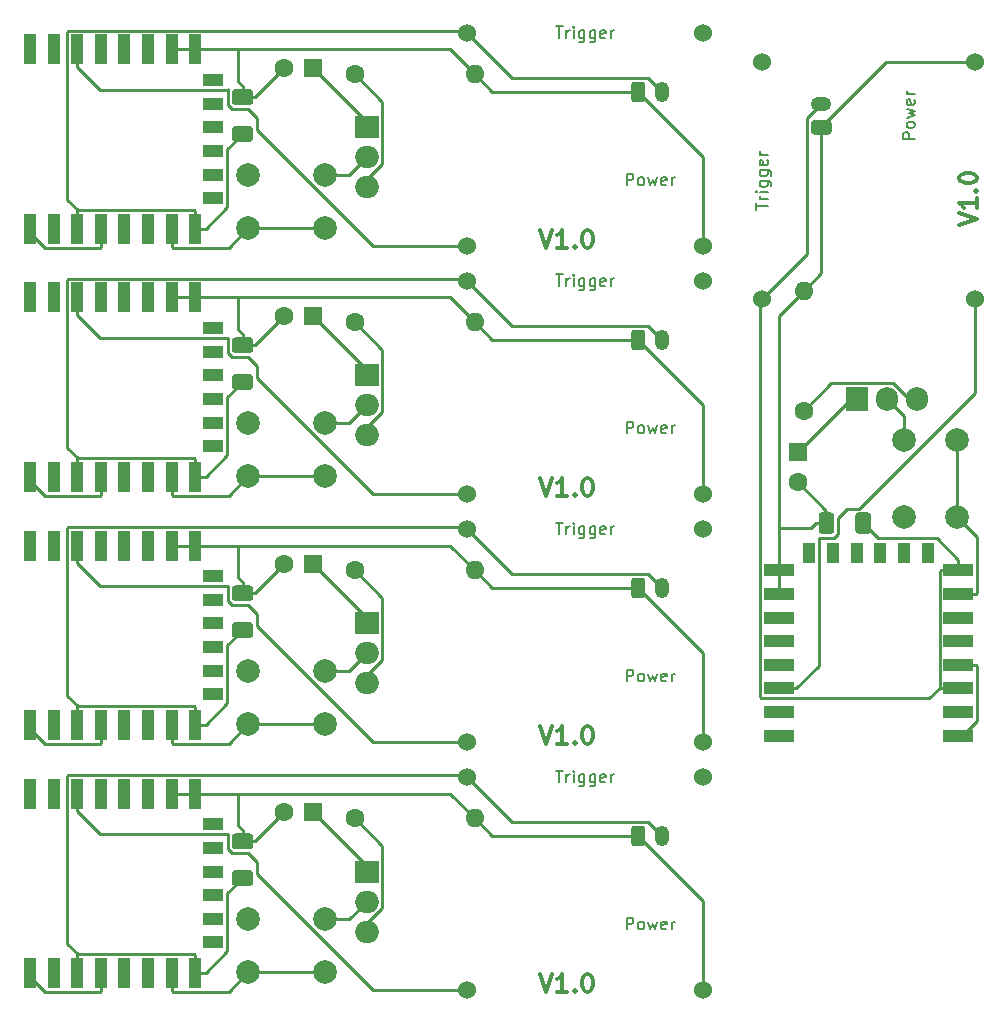
<source format=gbr>
%TF.GenerationSoftware,KiCad,Pcbnew,(5.1.9)-1*%
%TF.CreationDate,2021-03-18T16:40:48+01:00*%
%TF.ProjectId,DOORSENSOR,444f4f52-5345-44e5-934f-522e6b696361,rev?*%
%TF.SameCoordinates,Original*%
%TF.FileFunction,Copper,L1,Top*%
%TF.FilePolarity,Positive*%
%FSLAX46Y46*%
G04 Gerber Fmt 4.6, Leading zero omitted, Abs format (unit mm)*
G04 Created by KiCad (PCBNEW (5.1.9)-1) date 2021-03-18 16:40:48*
%MOMM*%
%LPD*%
G01*
G04 APERTURE LIST*
%TA.AperFunction,NonConductor*%
%ADD10C,0.300000*%
%TD*%
%ADD11C,0.150000*%
%TA.AperFunction,ComponentPad*%
%ADD12C,2.000000*%
%TD*%
%TA.AperFunction,ComponentPad*%
%ADD13C,1.524000*%
%TD*%
%TA.AperFunction,ComponentPad*%
%ADD14O,1.905000X2.000000*%
%TD*%
%TA.AperFunction,ComponentPad*%
%ADD15R,1.905000X2.000000*%
%TD*%
%TA.AperFunction,ComponentPad*%
%ADD16C,1.600000*%
%TD*%
%TA.AperFunction,ComponentPad*%
%ADD17R,1.600000X1.600000*%
%TD*%
%TA.AperFunction,SMDPad,CuDef*%
%ADD18R,2.500000X1.000000*%
%TD*%
%TA.AperFunction,SMDPad,CuDef*%
%ADD19R,1.000000X1.800000*%
%TD*%
%TA.AperFunction,ComponentPad*%
%ADD20O,1.600000X1.600000*%
%TD*%
%TA.AperFunction,ComponentPad*%
%ADD21O,1.750000X1.200000*%
%TD*%
%TA.AperFunction,ComponentPad*%
%ADD22O,1.200000X1.750000*%
%TD*%
%TA.AperFunction,SMDPad,CuDef*%
%ADD23R,1.000000X2.500000*%
%TD*%
%TA.AperFunction,SMDPad,CuDef*%
%ADD24R,1.800000X1.000000*%
%TD*%
%TA.AperFunction,ComponentPad*%
%ADD25O,2.000000X1.905000*%
%TD*%
%TA.AperFunction,ComponentPad*%
%ADD26R,2.000000X1.905000*%
%TD*%
%TA.AperFunction,Conductor*%
%ADD27C,0.250000*%
%TD*%
G04 APERTURE END LIST*
D10*
X157678571Y-70285714D02*
X159178571Y-69785714D01*
X157678571Y-69285714D01*
X159178571Y-68000000D02*
X159178571Y-68857142D01*
X159178571Y-68428571D02*
X157678571Y-68428571D01*
X157892857Y-68571428D01*
X158035714Y-68714285D01*
X158107142Y-68857142D01*
X159035714Y-67357142D02*
X159107142Y-67285714D01*
X159178571Y-67357142D01*
X159107142Y-67428571D01*
X159035714Y-67357142D01*
X159178571Y-67357142D01*
X157678571Y-66357142D02*
X157678571Y-66214285D01*
X157750000Y-66071428D01*
X157821428Y-66000000D01*
X157964285Y-65928571D01*
X158250000Y-65857142D01*
X158607142Y-65857142D01*
X158892857Y-65928571D01*
X159035714Y-66000000D01*
X159107142Y-66071428D01*
X159178571Y-66214285D01*
X159178571Y-66357142D01*
X159107142Y-66500000D01*
X159035714Y-66571428D01*
X158892857Y-66642857D01*
X158607142Y-66714285D01*
X158250000Y-66714285D01*
X157964285Y-66642857D01*
X157821428Y-66571428D01*
X157750000Y-66500000D01*
X157678571Y-66357142D01*
X122214285Y-133678571D02*
X122714285Y-135178571D01*
X123214285Y-133678571D01*
X124500000Y-135178571D02*
X123642857Y-135178571D01*
X124071428Y-135178571D02*
X124071428Y-133678571D01*
X123928571Y-133892857D01*
X123785714Y-134035714D01*
X123642857Y-134107142D01*
X125142857Y-135035714D02*
X125214285Y-135107142D01*
X125142857Y-135178571D01*
X125071428Y-135107142D01*
X125142857Y-135035714D01*
X125142857Y-135178571D01*
X126142857Y-133678571D02*
X126285714Y-133678571D01*
X126428571Y-133750000D01*
X126500000Y-133821428D01*
X126571428Y-133964285D01*
X126642857Y-134250000D01*
X126642857Y-134607142D01*
X126571428Y-134892857D01*
X126500000Y-135035714D01*
X126428571Y-135107142D01*
X126285714Y-135178571D01*
X126142857Y-135178571D01*
X126000000Y-135107142D01*
X125928571Y-135035714D01*
X125857142Y-134892857D01*
X125785714Y-134607142D01*
X125785714Y-134250000D01*
X125857142Y-133964285D01*
X125928571Y-133821428D01*
X126000000Y-133750000D01*
X126142857Y-133678571D01*
X122214285Y-112678571D02*
X122714285Y-114178571D01*
X123214285Y-112678571D01*
X124500000Y-114178571D02*
X123642857Y-114178571D01*
X124071428Y-114178571D02*
X124071428Y-112678571D01*
X123928571Y-112892857D01*
X123785714Y-113035714D01*
X123642857Y-113107142D01*
X125142857Y-114035714D02*
X125214285Y-114107142D01*
X125142857Y-114178571D01*
X125071428Y-114107142D01*
X125142857Y-114035714D01*
X125142857Y-114178571D01*
X126142857Y-112678571D02*
X126285714Y-112678571D01*
X126428571Y-112750000D01*
X126500000Y-112821428D01*
X126571428Y-112964285D01*
X126642857Y-113250000D01*
X126642857Y-113607142D01*
X126571428Y-113892857D01*
X126500000Y-114035714D01*
X126428571Y-114107142D01*
X126285714Y-114178571D01*
X126142857Y-114178571D01*
X126000000Y-114107142D01*
X125928571Y-114035714D01*
X125857142Y-113892857D01*
X125785714Y-113607142D01*
X125785714Y-113250000D01*
X125857142Y-112964285D01*
X125928571Y-112821428D01*
X126000000Y-112750000D01*
X126142857Y-112678571D01*
X122214285Y-91678571D02*
X122714285Y-93178571D01*
X123214285Y-91678571D01*
X124500000Y-93178571D02*
X123642857Y-93178571D01*
X124071428Y-93178571D02*
X124071428Y-91678571D01*
X123928571Y-91892857D01*
X123785714Y-92035714D01*
X123642857Y-92107142D01*
X125142857Y-93035714D02*
X125214285Y-93107142D01*
X125142857Y-93178571D01*
X125071428Y-93107142D01*
X125142857Y-93035714D01*
X125142857Y-93178571D01*
X126142857Y-91678571D02*
X126285714Y-91678571D01*
X126428571Y-91750000D01*
X126500000Y-91821428D01*
X126571428Y-91964285D01*
X126642857Y-92250000D01*
X126642857Y-92607142D01*
X126571428Y-92892857D01*
X126500000Y-93035714D01*
X126428571Y-93107142D01*
X126285714Y-93178571D01*
X126142857Y-93178571D01*
X126000000Y-93107142D01*
X125928571Y-93035714D01*
X125857142Y-92892857D01*
X125785714Y-92607142D01*
X125785714Y-92250000D01*
X125857142Y-91964285D01*
X125928571Y-91821428D01*
X126000000Y-91750000D01*
X126142857Y-91678571D01*
X122214285Y-70678571D02*
X122714285Y-72178571D01*
X123214285Y-70678571D01*
X124500000Y-72178571D02*
X123642857Y-72178571D01*
X124071428Y-72178571D02*
X124071428Y-70678571D01*
X123928571Y-70892857D01*
X123785714Y-71035714D01*
X123642857Y-71107142D01*
X125142857Y-72035714D02*
X125214285Y-72107142D01*
X125142857Y-72178571D01*
X125071428Y-72107142D01*
X125142857Y-72035714D01*
X125142857Y-72178571D01*
X126142857Y-70678571D02*
X126285714Y-70678571D01*
X126428571Y-70750000D01*
X126500000Y-70821428D01*
X126571428Y-70964285D01*
X126642857Y-71250000D01*
X126642857Y-71607142D01*
X126571428Y-71892857D01*
X126500000Y-72035714D01*
X126428571Y-72107142D01*
X126285714Y-72178571D01*
X126142857Y-72178571D01*
X126000000Y-72107142D01*
X125928571Y-72035714D01*
X125857142Y-71892857D01*
X125785714Y-71607142D01*
X125785714Y-71250000D01*
X125857142Y-70964285D01*
X125928571Y-70821428D01*
X126000000Y-70750000D01*
X126142857Y-70678571D01*
%TO.C,SW1*%
D11*
X140452380Y-68976190D02*
X140452380Y-68404761D01*
X141452380Y-68690476D02*
X140452380Y-68690476D01*
X141452380Y-68071428D02*
X140785714Y-68071428D01*
X140976190Y-68071428D02*
X140880952Y-68023809D01*
X140833333Y-67976190D01*
X140785714Y-67880952D01*
X140785714Y-67785714D01*
X141452380Y-67452380D02*
X140785714Y-67452380D01*
X140452380Y-67452380D02*
X140500000Y-67500000D01*
X140547619Y-67452380D01*
X140500000Y-67404761D01*
X140452380Y-67452380D01*
X140547619Y-67452380D01*
X140785714Y-66547619D02*
X141595238Y-66547619D01*
X141690476Y-66595238D01*
X141738095Y-66642857D01*
X141785714Y-66738095D01*
X141785714Y-66880952D01*
X141738095Y-66976190D01*
X141404761Y-66547619D02*
X141452380Y-66642857D01*
X141452380Y-66833333D01*
X141404761Y-66928571D01*
X141357142Y-66976190D01*
X141261904Y-67023809D01*
X140976190Y-67023809D01*
X140880952Y-66976190D01*
X140833333Y-66928571D01*
X140785714Y-66833333D01*
X140785714Y-66642857D01*
X140833333Y-66547619D01*
X140785714Y-65642857D02*
X141595238Y-65642857D01*
X141690476Y-65690476D01*
X141738095Y-65738095D01*
X141785714Y-65833333D01*
X141785714Y-65976190D01*
X141738095Y-66071428D01*
X141404761Y-65642857D02*
X141452380Y-65738095D01*
X141452380Y-65928571D01*
X141404761Y-66023809D01*
X141357142Y-66071428D01*
X141261904Y-66119047D01*
X140976190Y-66119047D01*
X140880952Y-66071428D01*
X140833333Y-66023809D01*
X140785714Y-65928571D01*
X140785714Y-65738095D01*
X140833333Y-65642857D01*
X141404761Y-64785714D02*
X141452380Y-64880952D01*
X141452380Y-65071428D01*
X141404761Y-65166666D01*
X141309523Y-65214285D01*
X140928571Y-65214285D01*
X140833333Y-65166666D01*
X140785714Y-65071428D01*
X140785714Y-64880952D01*
X140833333Y-64785714D01*
X140928571Y-64738095D01*
X141023809Y-64738095D01*
X141119047Y-65214285D01*
X141452380Y-64309523D02*
X140785714Y-64309523D01*
X140976190Y-64309523D02*
X140880952Y-64261904D01*
X140833333Y-64214285D01*
X140785714Y-64119047D01*
X140785714Y-64023809D01*
%TO.C,J4*%
X153902380Y-62976190D02*
X152902380Y-62976190D01*
X152902380Y-62595238D01*
X152950000Y-62500000D01*
X152997619Y-62452380D01*
X153092857Y-62404761D01*
X153235714Y-62404761D01*
X153330952Y-62452380D01*
X153378571Y-62500000D01*
X153426190Y-62595238D01*
X153426190Y-62976190D01*
X153902380Y-61833333D02*
X153854761Y-61928571D01*
X153807142Y-61976190D01*
X153711904Y-62023809D01*
X153426190Y-62023809D01*
X153330952Y-61976190D01*
X153283333Y-61928571D01*
X153235714Y-61833333D01*
X153235714Y-61690476D01*
X153283333Y-61595238D01*
X153330952Y-61547619D01*
X153426190Y-61500000D01*
X153711904Y-61500000D01*
X153807142Y-61547619D01*
X153854761Y-61595238D01*
X153902380Y-61690476D01*
X153902380Y-61833333D01*
X153235714Y-61166666D02*
X153902380Y-60976190D01*
X153426190Y-60785714D01*
X153902380Y-60595238D01*
X153235714Y-60404761D01*
X153854761Y-59642857D02*
X153902380Y-59738095D01*
X153902380Y-59928571D01*
X153854761Y-60023809D01*
X153759523Y-60071428D01*
X153378571Y-60071428D01*
X153283333Y-60023809D01*
X153235714Y-59928571D01*
X153235714Y-59738095D01*
X153283333Y-59642857D01*
X153378571Y-59595238D01*
X153473809Y-59595238D01*
X153569047Y-60071428D01*
X153902380Y-59166666D02*
X153235714Y-59166666D01*
X153426190Y-59166666D02*
X153330952Y-59119047D01*
X153283333Y-59071428D01*
X153235714Y-58976190D01*
X153235714Y-58880952D01*
%TO.C,SW1*%
X123523809Y-116452380D02*
X124095238Y-116452380D01*
X123809523Y-117452380D02*
X123809523Y-116452380D01*
X124428571Y-117452380D02*
X124428571Y-116785714D01*
X124428571Y-116976190D02*
X124476190Y-116880952D01*
X124523809Y-116833333D01*
X124619047Y-116785714D01*
X124714285Y-116785714D01*
X125047619Y-117452380D02*
X125047619Y-116785714D01*
X125047619Y-116452380D02*
X125000000Y-116500000D01*
X125047619Y-116547619D01*
X125095238Y-116500000D01*
X125047619Y-116452380D01*
X125047619Y-116547619D01*
X125952380Y-116785714D02*
X125952380Y-117595238D01*
X125904761Y-117690476D01*
X125857142Y-117738095D01*
X125761904Y-117785714D01*
X125619047Y-117785714D01*
X125523809Y-117738095D01*
X125952380Y-117404761D02*
X125857142Y-117452380D01*
X125666666Y-117452380D01*
X125571428Y-117404761D01*
X125523809Y-117357142D01*
X125476190Y-117261904D01*
X125476190Y-116976190D01*
X125523809Y-116880952D01*
X125571428Y-116833333D01*
X125666666Y-116785714D01*
X125857142Y-116785714D01*
X125952380Y-116833333D01*
X126857142Y-116785714D02*
X126857142Y-117595238D01*
X126809523Y-117690476D01*
X126761904Y-117738095D01*
X126666666Y-117785714D01*
X126523809Y-117785714D01*
X126428571Y-117738095D01*
X126857142Y-117404761D02*
X126761904Y-117452380D01*
X126571428Y-117452380D01*
X126476190Y-117404761D01*
X126428571Y-117357142D01*
X126380952Y-117261904D01*
X126380952Y-116976190D01*
X126428571Y-116880952D01*
X126476190Y-116833333D01*
X126571428Y-116785714D01*
X126761904Y-116785714D01*
X126857142Y-116833333D01*
X127714285Y-117404761D02*
X127619047Y-117452380D01*
X127428571Y-117452380D01*
X127333333Y-117404761D01*
X127285714Y-117309523D01*
X127285714Y-116928571D01*
X127333333Y-116833333D01*
X127428571Y-116785714D01*
X127619047Y-116785714D01*
X127714285Y-116833333D01*
X127761904Y-116928571D01*
X127761904Y-117023809D01*
X127285714Y-117119047D01*
X128190476Y-117452380D02*
X128190476Y-116785714D01*
X128190476Y-116976190D02*
X128238095Y-116880952D01*
X128285714Y-116833333D01*
X128380952Y-116785714D01*
X128476190Y-116785714D01*
%TO.C,J4*%
X129523809Y-129902380D02*
X129523809Y-128902380D01*
X129904761Y-128902380D01*
X130000000Y-128950000D01*
X130047619Y-128997619D01*
X130095238Y-129092857D01*
X130095238Y-129235714D01*
X130047619Y-129330952D01*
X130000000Y-129378571D01*
X129904761Y-129426190D01*
X129523809Y-129426190D01*
X130666666Y-129902380D02*
X130571428Y-129854761D01*
X130523809Y-129807142D01*
X130476190Y-129711904D01*
X130476190Y-129426190D01*
X130523809Y-129330952D01*
X130571428Y-129283333D01*
X130666666Y-129235714D01*
X130809523Y-129235714D01*
X130904761Y-129283333D01*
X130952380Y-129330952D01*
X131000000Y-129426190D01*
X131000000Y-129711904D01*
X130952380Y-129807142D01*
X130904761Y-129854761D01*
X130809523Y-129902380D01*
X130666666Y-129902380D01*
X131333333Y-129235714D02*
X131523809Y-129902380D01*
X131714285Y-129426190D01*
X131904761Y-129902380D01*
X132095238Y-129235714D01*
X132857142Y-129854761D02*
X132761904Y-129902380D01*
X132571428Y-129902380D01*
X132476190Y-129854761D01*
X132428571Y-129759523D01*
X132428571Y-129378571D01*
X132476190Y-129283333D01*
X132571428Y-129235714D01*
X132761904Y-129235714D01*
X132857142Y-129283333D01*
X132904761Y-129378571D01*
X132904761Y-129473809D01*
X132428571Y-129569047D01*
X133333333Y-129902380D02*
X133333333Y-129235714D01*
X133333333Y-129426190D02*
X133380952Y-129330952D01*
X133428571Y-129283333D01*
X133523809Y-129235714D01*
X133619047Y-129235714D01*
%TO.C,SW1*%
X123523809Y-95452380D02*
X124095238Y-95452380D01*
X123809523Y-96452380D02*
X123809523Y-95452380D01*
X124428571Y-96452380D02*
X124428571Y-95785714D01*
X124428571Y-95976190D02*
X124476190Y-95880952D01*
X124523809Y-95833333D01*
X124619047Y-95785714D01*
X124714285Y-95785714D01*
X125047619Y-96452380D02*
X125047619Y-95785714D01*
X125047619Y-95452380D02*
X125000000Y-95500000D01*
X125047619Y-95547619D01*
X125095238Y-95500000D01*
X125047619Y-95452380D01*
X125047619Y-95547619D01*
X125952380Y-95785714D02*
X125952380Y-96595238D01*
X125904761Y-96690476D01*
X125857142Y-96738095D01*
X125761904Y-96785714D01*
X125619047Y-96785714D01*
X125523809Y-96738095D01*
X125952380Y-96404761D02*
X125857142Y-96452380D01*
X125666666Y-96452380D01*
X125571428Y-96404761D01*
X125523809Y-96357142D01*
X125476190Y-96261904D01*
X125476190Y-95976190D01*
X125523809Y-95880952D01*
X125571428Y-95833333D01*
X125666666Y-95785714D01*
X125857142Y-95785714D01*
X125952380Y-95833333D01*
X126857142Y-95785714D02*
X126857142Y-96595238D01*
X126809523Y-96690476D01*
X126761904Y-96738095D01*
X126666666Y-96785714D01*
X126523809Y-96785714D01*
X126428571Y-96738095D01*
X126857142Y-96404761D02*
X126761904Y-96452380D01*
X126571428Y-96452380D01*
X126476190Y-96404761D01*
X126428571Y-96357142D01*
X126380952Y-96261904D01*
X126380952Y-95976190D01*
X126428571Y-95880952D01*
X126476190Y-95833333D01*
X126571428Y-95785714D01*
X126761904Y-95785714D01*
X126857142Y-95833333D01*
X127714285Y-96404761D02*
X127619047Y-96452380D01*
X127428571Y-96452380D01*
X127333333Y-96404761D01*
X127285714Y-96309523D01*
X127285714Y-95928571D01*
X127333333Y-95833333D01*
X127428571Y-95785714D01*
X127619047Y-95785714D01*
X127714285Y-95833333D01*
X127761904Y-95928571D01*
X127761904Y-96023809D01*
X127285714Y-96119047D01*
X128190476Y-96452380D02*
X128190476Y-95785714D01*
X128190476Y-95976190D02*
X128238095Y-95880952D01*
X128285714Y-95833333D01*
X128380952Y-95785714D01*
X128476190Y-95785714D01*
%TO.C,J4*%
X129523809Y-108902380D02*
X129523809Y-107902380D01*
X129904761Y-107902380D01*
X130000000Y-107950000D01*
X130047619Y-107997619D01*
X130095238Y-108092857D01*
X130095238Y-108235714D01*
X130047619Y-108330952D01*
X130000000Y-108378571D01*
X129904761Y-108426190D01*
X129523809Y-108426190D01*
X130666666Y-108902380D02*
X130571428Y-108854761D01*
X130523809Y-108807142D01*
X130476190Y-108711904D01*
X130476190Y-108426190D01*
X130523809Y-108330952D01*
X130571428Y-108283333D01*
X130666666Y-108235714D01*
X130809523Y-108235714D01*
X130904761Y-108283333D01*
X130952380Y-108330952D01*
X131000000Y-108426190D01*
X131000000Y-108711904D01*
X130952380Y-108807142D01*
X130904761Y-108854761D01*
X130809523Y-108902380D01*
X130666666Y-108902380D01*
X131333333Y-108235714D02*
X131523809Y-108902380D01*
X131714285Y-108426190D01*
X131904761Y-108902380D01*
X132095238Y-108235714D01*
X132857142Y-108854761D02*
X132761904Y-108902380D01*
X132571428Y-108902380D01*
X132476190Y-108854761D01*
X132428571Y-108759523D01*
X132428571Y-108378571D01*
X132476190Y-108283333D01*
X132571428Y-108235714D01*
X132761904Y-108235714D01*
X132857142Y-108283333D01*
X132904761Y-108378571D01*
X132904761Y-108473809D01*
X132428571Y-108569047D01*
X133333333Y-108902380D02*
X133333333Y-108235714D01*
X133333333Y-108426190D02*
X133380952Y-108330952D01*
X133428571Y-108283333D01*
X133523809Y-108235714D01*
X133619047Y-108235714D01*
%TO.C,SW1*%
X123523809Y-74452380D02*
X124095238Y-74452380D01*
X123809523Y-75452380D02*
X123809523Y-74452380D01*
X124428571Y-75452380D02*
X124428571Y-74785714D01*
X124428571Y-74976190D02*
X124476190Y-74880952D01*
X124523809Y-74833333D01*
X124619047Y-74785714D01*
X124714285Y-74785714D01*
X125047619Y-75452380D02*
X125047619Y-74785714D01*
X125047619Y-74452380D02*
X125000000Y-74500000D01*
X125047619Y-74547619D01*
X125095238Y-74500000D01*
X125047619Y-74452380D01*
X125047619Y-74547619D01*
X125952380Y-74785714D02*
X125952380Y-75595238D01*
X125904761Y-75690476D01*
X125857142Y-75738095D01*
X125761904Y-75785714D01*
X125619047Y-75785714D01*
X125523809Y-75738095D01*
X125952380Y-75404761D02*
X125857142Y-75452380D01*
X125666666Y-75452380D01*
X125571428Y-75404761D01*
X125523809Y-75357142D01*
X125476190Y-75261904D01*
X125476190Y-74976190D01*
X125523809Y-74880952D01*
X125571428Y-74833333D01*
X125666666Y-74785714D01*
X125857142Y-74785714D01*
X125952380Y-74833333D01*
X126857142Y-74785714D02*
X126857142Y-75595238D01*
X126809523Y-75690476D01*
X126761904Y-75738095D01*
X126666666Y-75785714D01*
X126523809Y-75785714D01*
X126428571Y-75738095D01*
X126857142Y-75404761D02*
X126761904Y-75452380D01*
X126571428Y-75452380D01*
X126476190Y-75404761D01*
X126428571Y-75357142D01*
X126380952Y-75261904D01*
X126380952Y-74976190D01*
X126428571Y-74880952D01*
X126476190Y-74833333D01*
X126571428Y-74785714D01*
X126761904Y-74785714D01*
X126857142Y-74833333D01*
X127714285Y-75404761D02*
X127619047Y-75452380D01*
X127428571Y-75452380D01*
X127333333Y-75404761D01*
X127285714Y-75309523D01*
X127285714Y-74928571D01*
X127333333Y-74833333D01*
X127428571Y-74785714D01*
X127619047Y-74785714D01*
X127714285Y-74833333D01*
X127761904Y-74928571D01*
X127761904Y-75023809D01*
X127285714Y-75119047D01*
X128190476Y-75452380D02*
X128190476Y-74785714D01*
X128190476Y-74976190D02*
X128238095Y-74880952D01*
X128285714Y-74833333D01*
X128380952Y-74785714D01*
X128476190Y-74785714D01*
%TO.C,J4*%
X129523809Y-87902380D02*
X129523809Y-86902380D01*
X129904761Y-86902380D01*
X130000000Y-86950000D01*
X130047619Y-86997619D01*
X130095238Y-87092857D01*
X130095238Y-87235714D01*
X130047619Y-87330952D01*
X130000000Y-87378571D01*
X129904761Y-87426190D01*
X129523809Y-87426190D01*
X130666666Y-87902380D02*
X130571428Y-87854761D01*
X130523809Y-87807142D01*
X130476190Y-87711904D01*
X130476190Y-87426190D01*
X130523809Y-87330952D01*
X130571428Y-87283333D01*
X130666666Y-87235714D01*
X130809523Y-87235714D01*
X130904761Y-87283333D01*
X130952380Y-87330952D01*
X131000000Y-87426190D01*
X131000000Y-87711904D01*
X130952380Y-87807142D01*
X130904761Y-87854761D01*
X130809523Y-87902380D01*
X130666666Y-87902380D01*
X131333333Y-87235714D02*
X131523809Y-87902380D01*
X131714285Y-87426190D01*
X131904761Y-87902380D01*
X132095238Y-87235714D01*
X132857142Y-87854761D02*
X132761904Y-87902380D01*
X132571428Y-87902380D01*
X132476190Y-87854761D01*
X132428571Y-87759523D01*
X132428571Y-87378571D01*
X132476190Y-87283333D01*
X132571428Y-87235714D01*
X132761904Y-87235714D01*
X132857142Y-87283333D01*
X132904761Y-87378571D01*
X132904761Y-87473809D01*
X132428571Y-87569047D01*
X133333333Y-87902380D02*
X133333333Y-87235714D01*
X133333333Y-87426190D02*
X133380952Y-87330952D01*
X133428571Y-87283333D01*
X133523809Y-87235714D01*
X133619047Y-87235714D01*
X129523809Y-66902380D02*
X129523809Y-65902380D01*
X129904761Y-65902380D01*
X130000000Y-65950000D01*
X130047619Y-65997619D01*
X130095238Y-66092857D01*
X130095238Y-66235714D01*
X130047619Y-66330952D01*
X130000000Y-66378571D01*
X129904761Y-66426190D01*
X129523809Y-66426190D01*
X130666666Y-66902380D02*
X130571428Y-66854761D01*
X130523809Y-66807142D01*
X130476190Y-66711904D01*
X130476190Y-66426190D01*
X130523809Y-66330952D01*
X130571428Y-66283333D01*
X130666666Y-66235714D01*
X130809523Y-66235714D01*
X130904761Y-66283333D01*
X130952380Y-66330952D01*
X131000000Y-66426190D01*
X131000000Y-66711904D01*
X130952380Y-66807142D01*
X130904761Y-66854761D01*
X130809523Y-66902380D01*
X130666666Y-66902380D01*
X131333333Y-66235714D02*
X131523809Y-66902380D01*
X131714285Y-66426190D01*
X131904761Y-66902380D01*
X132095238Y-66235714D01*
X132857142Y-66854761D02*
X132761904Y-66902380D01*
X132571428Y-66902380D01*
X132476190Y-66854761D01*
X132428571Y-66759523D01*
X132428571Y-66378571D01*
X132476190Y-66283333D01*
X132571428Y-66235714D01*
X132761904Y-66235714D01*
X132857142Y-66283333D01*
X132904761Y-66378571D01*
X132904761Y-66473809D01*
X132428571Y-66569047D01*
X133333333Y-66902380D02*
X133333333Y-66235714D01*
X133333333Y-66426190D02*
X133380952Y-66330952D01*
X133428571Y-66283333D01*
X133523809Y-66235714D01*
X133619047Y-66235714D01*
%TO.C,SW1*%
X123523809Y-53452380D02*
X124095238Y-53452380D01*
X123809523Y-54452380D02*
X123809523Y-53452380D01*
X124428571Y-54452380D02*
X124428571Y-53785714D01*
X124428571Y-53976190D02*
X124476190Y-53880952D01*
X124523809Y-53833333D01*
X124619047Y-53785714D01*
X124714285Y-53785714D01*
X125047619Y-54452380D02*
X125047619Y-53785714D01*
X125047619Y-53452380D02*
X125000000Y-53500000D01*
X125047619Y-53547619D01*
X125095238Y-53500000D01*
X125047619Y-53452380D01*
X125047619Y-53547619D01*
X125952380Y-53785714D02*
X125952380Y-54595238D01*
X125904761Y-54690476D01*
X125857142Y-54738095D01*
X125761904Y-54785714D01*
X125619047Y-54785714D01*
X125523809Y-54738095D01*
X125952380Y-54404761D02*
X125857142Y-54452380D01*
X125666666Y-54452380D01*
X125571428Y-54404761D01*
X125523809Y-54357142D01*
X125476190Y-54261904D01*
X125476190Y-53976190D01*
X125523809Y-53880952D01*
X125571428Y-53833333D01*
X125666666Y-53785714D01*
X125857142Y-53785714D01*
X125952380Y-53833333D01*
X126857142Y-53785714D02*
X126857142Y-54595238D01*
X126809523Y-54690476D01*
X126761904Y-54738095D01*
X126666666Y-54785714D01*
X126523809Y-54785714D01*
X126428571Y-54738095D01*
X126857142Y-54404761D02*
X126761904Y-54452380D01*
X126571428Y-54452380D01*
X126476190Y-54404761D01*
X126428571Y-54357142D01*
X126380952Y-54261904D01*
X126380952Y-53976190D01*
X126428571Y-53880952D01*
X126476190Y-53833333D01*
X126571428Y-53785714D01*
X126761904Y-53785714D01*
X126857142Y-53833333D01*
X127714285Y-54404761D02*
X127619047Y-54452380D01*
X127428571Y-54452380D01*
X127333333Y-54404761D01*
X127285714Y-54309523D01*
X127285714Y-53928571D01*
X127333333Y-53833333D01*
X127428571Y-53785714D01*
X127619047Y-53785714D01*
X127714285Y-53833333D01*
X127761904Y-53928571D01*
X127761904Y-54023809D01*
X127285714Y-54119047D01*
X128190476Y-54452380D02*
X128190476Y-53785714D01*
X128190476Y-53976190D02*
X128238095Y-53880952D01*
X128285714Y-53833333D01*
X128380952Y-53785714D01*
X128476190Y-53785714D01*
%TD*%
D12*
%TO.P,SW2,1*%
%TO.N,Net-(SW2-Pad1)*%
X157500000Y-95000000D03*
%TO.P,SW2,2*%
%TO.N,GND*%
X153000000Y-95000000D03*
%TO.P,SW2,1*%
%TO.N,Net-(SW2-Pad1)*%
X157500000Y-88500000D03*
%TO.P,SW2,2*%
%TO.N,GND*%
X153000000Y-88500000D03*
%TD*%
D13*
%TO.P,SW1,1*%
%TO.N,+3V3*%
X141000000Y-76500000D03*
%TO.P,SW1,2*%
%TO.N,Net-(C1-Pad1)*%
X141000000Y-56500000D03*
%TD*%
D14*
%TO.P,Q1,3*%
%TO.N,Net-(Q1-Pad3)*%
X154080000Y-85000000D03*
%TO.P,Q1,2*%
%TO.N,GND*%
X151540000Y-85000000D03*
D15*
%TO.P,Q1,1*%
%TO.N,Net-(C1-Pad1)*%
X149000000Y-85000000D03*
%TD*%
D16*
%TO.P,C1,2*%
%TO.N,GND*%
X144000000Y-92000000D03*
D17*
%TO.P,C1,1*%
%TO.N,Net-(C1-Pad1)*%
X144000000Y-89500000D03*
%TD*%
D18*
%TO.P,U1,22*%
%TO.N,Net-(U1-Pad22)*%
X142400000Y-113500000D03*
%TO.P,U1,21*%
%TO.N,Net-(U1-Pad21)*%
X142400000Y-111500000D03*
%TO.P,U1,20*%
%TO.N,Net-(SW3-Pad1)*%
X142400000Y-109500000D03*
%TO.P,U1,19*%
%TO.N,Net-(U1-Pad19)*%
X142400000Y-107500000D03*
%TO.P,U1,18*%
%TO.N,Net-(U1-Pad18)*%
X142400000Y-105500000D03*
%TO.P,U1,17*%
%TO.N,Net-(U1-Pad17)*%
X142400000Y-103500000D03*
%TO.P,U1,16*%
%TO.N,GND*%
X142400000Y-101500000D03*
%TO.P,U1,15*%
X142400000Y-99500000D03*
D19*
%TO.P,U1,14*%
%TO.N,Net-(U1-Pad14)*%
X145000000Y-98000000D03*
%TO.P,U1,13*%
%TO.N,Net-(U1-Pad13)*%
X147000000Y-98000000D03*
%TO.P,U1,12*%
%TO.N,Net-(U1-Pad12)*%
X149000000Y-98000000D03*
%TO.P,U1,11*%
%TO.N,Net-(U1-Pad11)*%
X151000000Y-98000000D03*
%TO.P,U1,10*%
%TO.N,Net-(U1-Pad10)*%
X153000000Y-98000000D03*
%TO.P,U1,9*%
%TO.N,Net-(U1-Pad9)*%
X155000000Y-98000000D03*
D18*
%TO.P,U1,8*%
%TO.N,+3V3*%
X157600000Y-99500000D03*
%TO.P,U1,7*%
%TO.N,Net-(SW2-Pad1)*%
X157600000Y-101500000D03*
%TO.P,U1,6*%
%TO.N,Net-(U1-Pad6)*%
X157600000Y-103500000D03*
%TO.P,U1,5*%
%TO.N,Net-(U1-Pad5)*%
X157600000Y-105500000D03*
%TO.P,U1,4*%
%TO.N,Net-(U1-Pad1)*%
X157600000Y-107500000D03*
%TO.P,U1,3*%
%TO.N,+3V3*%
X157600000Y-109500000D03*
%TO.P,U1,2*%
%TO.N,Net-(U1-Pad2)*%
X157600000Y-111500000D03*
%TO.P,U1,1*%
%TO.N,Net-(U1-Pad1)*%
X157600000Y-113500000D03*
%TD*%
D13*
%TO.P,SW3,2*%
%TO.N,GND*%
X159000000Y-56500000D03*
%TO.P,SW3,1*%
%TO.N,Net-(SW3-Pad1)*%
X159000000Y-76500000D03*
%TD*%
D20*
%TO.P,R1,2*%
%TO.N,GND*%
X144500000Y-75840000D03*
D16*
%TO.P,R1,1*%
%TO.N,Net-(Q1-Pad3)*%
X144500000Y-86000000D03*
%TD*%
D21*
%TO.P,J4,2*%
%TO.N,+3V3*%
X146000000Y-60000000D03*
%TO.P,J4,1*%
%TO.N,GND*%
%TA.AperFunction,ComponentPad*%
G36*
G01*
X146625001Y-62600000D02*
X145374999Y-62600000D01*
G75*
G02*
X145125000Y-62350001I0J249999D01*
G01*
X145125000Y-61649999D01*
G75*
G02*
X145374999Y-61400000I249999J0D01*
G01*
X146625001Y-61400000D01*
G75*
G02*
X146875000Y-61649999I0J-249999D01*
G01*
X146875000Y-62350001D01*
G75*
G02*
X146625001Y-62600000I-249999J0D01*
G01*
G37*
%TD.AperFunction*%
%TD*%
%TO.P,C2,2*%
%TO.N,+3V3*%
%TA.AperFunction,SMDPad,CuDef*%
G36*
G01*
X148900000Y-96150001D02*
X148900000Y-94849999D01*
G75*
G02*
X149149999Y-94600000I249999J0D01*
G01*
X149975001Y-94600000D01*
G75*
G02*
X150225000Y-94849999I0J-249999D01*
G01*
X150225000Y-96150001D01*
G75*
G02*
X149975001Y-96400000I-249999J0D01*
G01*
X149149999Y-96400000D01*
G75*
G02*
X148900000Y-96150001I0J249999D01*
G01*
G37*
%TD.AperFunction*%
%TO.P,C2,1*%
%TO.N,GND*%
%TA.AperFunction,SMDPad,CuDef*%
G36*
G01*
X145775000Y-96150001D02*
X145775000Y-94849999D01*
G75*
G02*
X146024999Y-94600000I249999J0D01*
G01*
X146850001Y-94600000D01*
G75*
G02*
X147100000Y-94849999I0J-249999D01*
G01*
X147100000Y-96150001D01*
G75*
G02*
X146850001Y-96400000I-249999J0D01*
G01*
X146024999Y-96400000D01*
G75*
G02*
X145775000Y-96150001I0J249999D01*
G01*
G37*
%TD.AperFunction*%
%TD*%
D13*
%TO.P,SW1,1*%
%TO.N,+3V3*%
X116000000Y-117000000D03*
%TO.P,SW1,2*%
%TO.N,Net-(C1-Pad1)*%
X136000000Y-117000000D03*
%TD*%
D16*
%TO.P,C1,2*%
%TO.N,GND*%
X100500000Y-120000000D03*
D17*
%TO.P,C1,1*%
%TO.N,Net-(C1-Pad1)*%
X103000000Y-120000000D03*
%TD*%
D22*
%TO.P,J4,2*%
%TO.N,+3V3*%
X132500000Y-122000000D03*
%TO.P,J4,1*%
%TO.N,GND*%
%TA.AperFunction,ComponentPad*%
G36*
G01*
X129900000Y-122625001D02*
X129900000Y-121374999D01*
G75*
G02*
X130149999Y-121125000I249999J0D01*
G01*
X130850001Y-121125000D01*
G75*
G02*
X131100000Y-121374999I0J-249999D01*
G01*
X131100000Y-122625001D01*
G75*
G02*
X130850001Y-122875000I-249999J0D01*
G01*
X130149999Y-122875000D01*
G75*
G02*
X129900000Y-122625001I0J249999D01*
G01*
G37*
%TD.AperFunction*%
%TD*%
D12*
%TO.P,SW2,1*%
%TO.N,Net-(SW2-Pad1)*%
X97500000Y-133500000D03*
%TO.P,SW2,2*%
%TO.N,GND*%
X97500000Y-129000000D03*
%TO.P,SW2,1*%
%TO.N,Net-(SW2-Pad1)*%
X104000000Y-133500000D03*
%TO.P,SW2,2*%
%TO.N,GND*%
X104000000Y-129000000D03*
%TD*%
%TO.P,C2,2*%
%TO.N,+3V3*%
%TA.AperFunction,SMDPad,CuDef*%
G36*
G01*
X96349999Y-124900000D02*
X97650001Y-124900000D01*
G75*
G02*
X97900000Y-125149999I0J-249999D01*
G01*
X97900000Y-125975001D01*
G75*
G02*
X97650001Y-126225000I-249999J0D01*
G01*
X96349999Y-126225000D01*
G75*
G02*
X96100000Y-125975001I0J249999D01*
G01*
X96100000Y-125149999D01*
G75*
G02*
X96349999Y-124900000I249999J0D01*
G01*
G37*
%TD.AperFunction*%
%TO.P,C2,1*%
%TO.N,GND*%
%TA.AperFunction,SMDPad,CuDef*%
G36*
G01*
X96349999Y-121775000D02*
X97650001Y-121775000D01*
G75*
G02*
X97900000Y-122024999I0J-249999D01*
G01*
X97900000Y-122850001D01*
G75*
G02*
X97650001Y-123100000I-249999J0D01*
G01*
X96349999Y-123100000D01*
G75*
G02*
X96100000Y-122850001I0J249999D01*
G01*
X96100000Y-122024999D01*
G75*
G02*
X96349999Y-121775000I249999J0D01*
G01*
G37*
%TD.AperFunction*%
%TD*%
D13*
%TO.P,SW3,2*%
%TO.N,GND*%
X136000000Y-135000000D03*
%TO.P,SW3,1*%
%TO.N,Net-(SW3-Pad1)*%
X116000000Y-135000000D03*
%TD*%
D23*
%TO.P,U1,22*%
%TO.N,Net-(U1-Pad22)*%
X79000000Y-118400000D03*
%TO.P,U1,21*%
%TO.N,Net-(U1-Pad21)*%
X81000000Y-118400000D03*
%TO.P,U1,20*%
%TO.N,Net-(SW3-Pad1)*%
X83000000Y-118400000D03*
%TO.P,U1,19*%
%TO.N,Net-(U1-Pad19)*%
X85000000Y-118400000D03*
%TO.P,U1,18*%
%TO.N,Net-(U1-Pad18)*%
X87000000Y-118400000D03*
%TO.P,U1,17*%
%TO.N,Net-(U1-Pad17)*%
X89000000Y-118400000D03*
%TO.P,U1,16*%
%TO.N,GND*%
X91000000Y-118400000D03*
%TO.P,U1,15*%
X93000000Y-118400000D03*
D24*
%TO.P,U1,14*%
%TO.N,Net-(U1-Pad14)*%
X94500000Y-121000000D03*
%TO.P,U1,13*%
%TO.N,Net-(U1-Pad13)*%
X94500000Y-123000000D03*
%TO.P,U1,12*%
%TO.N,Net-(U1-Pad12)*%
X94500000Y-125000000D03*
%TO.P,U1,11*%
%TO.N,Net-(U1-Pad11)*%
X94500000Y-127000000D03*
%TO.P,U1,10*%
%TO.N,Net-(U1-Pad10)*%
X94500000Y-129000000D03*
%TO.P,U1,9*%
%TO.N,Net-(U1-Pad9)*%
X94500000Y-131000000D03*
D23*
%TO.P,U1,8*%
%TO.N,+3V3*%
X93000000Y-133600000D03*
%TO.P,U1,7*%
%TO.N,Net-(SW2-Pad1)*%
X91000000Y-133600000D03*
%TO.P,U1,6*%
%TO.N,Net-(U1-Pad6)*%
X89000000Y-133600000D03*
%TO.P,U1,5*%
%TO.N,Net-(U1-Pad5)*%
X87000000Y-133600000D03*
%TO.P,U1,4*%
%TO.N,Net-(U1-Pad1)*%
X85000000Y-133600000D03*
%TO.P,U1,3*%
%TO.N,+3V3*%
X83000000Y-133600000D03*
%TO.P,U1,2*%
%TO.N,Net-(U1-Pad2)*%
X81000000Y-133600000D03*
%TO.P,U1,1*%
%TO.N,Net-(U1-Pad1)*%
X79000000Y-133600000D03*
%TD*%
D25*
%TO.P,Q1,3*%
%TO.N,Net-(Q1-Pad3)*%
X107500000Y-130080000D03*
%TO.P,Q1,2*%
%TO.N,GND*%
X107500000Y-127540000D03*
D26*
%TO.P,Q1,1*%
%TO.N,Net-(C1-Pad1)*%
X107500000Y-125000000D03*
%TD*%
D20*
%TO.P,R1,2*%
%TO.N,GND*%
X116660000Y-120500000D03*
D16*
%TO.P,R1,1*%
%TO.N,Net-(Q1-Pad3)*%
X106500000Y-120500000D03*
%TD*%
D12*
%TO.P,SW2,2*%
%TO.N,GND*%
X104000000Y-108000000D03*
%TO.P,SW2,1*%
%TO.N,Net-(SW2-Pad1)*%
X104000000Y-112500000D03*
%TO.P,SW2,2*%
%TO.N,GND*%
X97500000Y-108000000D03*
%TO.P,SW2,1*%
%TO.N,Net-(SW2-Pad1)*%
X97500000Y-112500000D03*
%TD*%
%TO.P,C2,1*%
%TO.N,GND*%
%TA.AperFunction,SMDPad,CuDef*%
G36*
G01*
X96349999Y-100775000D02*
X97650001Y-100775000D01*
G75*
G02*
X97900000Y-101024999I0J-249999D01*
G01*
X97900000Y-101850001D01*
G75*
G02*
X97650001Y-102100000I-249999J0D01*
G01*
X96349999Y-102100000D01*
G75*
G02*
X96100000Y-101850001I0J249999D01*
G01*
X96100000Y-101024999D01*
G75*
G02*
X96349999Y-100775000I249999J0D01*
G01*
G37*
%TD.AperFunction*%
%TO.P,C2,2*%
%TO.N,+3V3*%
%TA.AperFunction,SMDPad,CuDef*%
G36*
G01*
X96349999Y-103900000D02*
X97650001Y-103900000D01*
G75*
G02*
X97900000Y-104149999I0J-249999D01*
G01*
X97900000Y-104975001D01*
G75*
G02*
X97650001Y-105225000I-249999J0D01*
G01*
X96349999Y-105225000D01*
G75*
G02*
X96100000Y-104975001I0J249999D01*
G01*
X96100000Y-104149999D01*
G75*
G02*
X96349999Y-103900000I249999J0D01*
G01*
G37*
%TD.AperFunction*%
%TD*%
D26*
%TO.P,Q1,1*%
%TO.N,Net-(C1-Pad1)*%
X107500000Y-104000000D03*
D25*
%TO.P,Q1,2*%
%TO.N,GND*%
X107500000Y-106540000D03*
%TO.P,Q1,3*%
%TO.N,Net-(Q1-Pad3)*%
X107500000Y-109080000D03*
%TD*%
D17*
%TO.P,C1,1*%
%TO.N,Net-(C1-Pad1)*%
X103000000Y-99000000D03*
D16*
%TO.P,C1,2*%
%TO.N,GND*%
X100500000Y-99000000D03*
%TD*%
%TO.P,R1,1*%
%TO.N,Net-(Q1-Pad3)*%
X106500000Y-99500000D03*
D20*
%TO.P,R1,2*%
%TO.N,GND*%
X116660000Y-99500000D03*
%TD*%
D13*
%TO.P,SW1,2*%
%TO.N,Net-(C1-Pad1)*%
X136000000Y-96000000D03*
%TO.P,SW1,1*%
%TO.N,+3V3*%
X116000000Y-96000000D03*
%TD*%
D23*
%TO.P,U1,1*%
%TO.N,Net-(U1-Pad1)*%
X79000000Y-112600000D03*
%TO.P,U1,2*%
%TO.N,Net-(U1-Pad2)*%
X81000000Y-112600000D03*
%TO.P,U1,3*%
%TO.N,+3V3*%
X83000000Y-112600000D03*
%TO.P,U1,4*%
%TO.N,Net-(U1-Pad1)*%
X85000000Y-112600000D03*
%TO.P,U1,5*%
%TO.N,Net-(U1-Pad5)*%
X87000000Y-112600000D03*
%TO.P,U1,6*%
%TO.N,Net-(U1-Pad6)*%
X89000000Y-112600000D03*
%TO.P,U1,7*%
%TO.N,Net-(SW2-Pad1)*%
X91000000Y-112600000D03*
%TO.P,U1,8*%
%TO.N,+3V3*%
X93000000Y-112600000D03*
D24*
%TO.P,U1,9*%
%TO.N,Net-(U1-Pad9)*%
X94500000Y-110000000D03*
%TO.P,U1,10*%
%TO.N,Net-(U1-Pad10)*%
X94500000Y-108000000D03*
%TO.P,U1,11*%
%TO.N,Net-(U1-Pad11)*%
X94500000Y-106000000D03*
%TO.P,U1,12*%
%TO.N,Net-(U1-Pad12)*%
X94500000Y-104000000D03*
%TO.P,U1,13*%
%TO.N,Net-(U1-Pad13)*%
X94500000Y-102000000D03*
%TO.P,U1,14*%
%TO.N,Net-(U1-Pad14)*%
X94500000Y-100000000D03*
D23*
%TO.P,U1,15*%
%TO.N,GND*%
X93000000Y-97400000D03*
%TO.P,U1,16*%
X91000000Y-97400000D03*
%TO.P,U1,17*%
%TO.N,Net-(U1-Pad17)*%
X89000000Y-97400000D03*
%TO.P,U1,18*%
%TO.N,Net-(U1-Pad18)*%
X87000000Y-97400000D03*
%TO.P,U1,19*%
%TO.N,Net-(U1-Pad19)*%
X85000000Y-97400000D03*
%TO.P,U1,20*%
%TO.N,Net-(SW3-Pad1)*%
X83000000Y-97400000D03*
%TO.P,U1,21*%
%TO.N,Net-(U1-Pad21)*%
X81000000Y-97400000D03*
%TO.P,U1,22*%
%TO.N,Net-(U1-Pad22)*%
X79000000Y-97400000D03*
%TD*%
D13*
%TO.P,SW3,1*%
%TO.N,Net-(SW3-Pad1)*%
X116000000Y-114000000D03*
%TO.P,SW3,2*%
%TO.N,GND*%
X136000000Y-114000000D03*
%TD*%
%TO.P,J4,1*%
%TO.N,GND*%
%TA.AperFunction,ComponentPad*%
G36*
G01*
X129900000Y-101625001D02*
X129900000Y-100374999D01*
G75*
G02*
X130149999Y-100125000I249999J0D01*
G01*
X130850001Y-100125000D01*
G75*
G02*
X131100000Y-100374999I0J-249999D01*
G01*
X131100000Y-101625001D01*
G75*
G02*
X130850001Y-101875000I-249999J0D01*
G01*
X130149999Y-101875000D01*
G75*
G02*
X129900000Y-101625001I0J249999D01*
G01*
G37*
%TD.AperFunction*%
D22*
%TO.P,J4,2*%
%TO.N,+3V3*%
X132500000Y-101000000D03*
%TD*%
D12*
%TO.P,SW2,1*%
%TO.N,Net-(SW2-Pad1)*%
X97500000Y-91500000D03*
%TO.P,SW2,2*%
%TO.N,GND*%
X97500000Y-87000000D03*
%TO.P,SW2,1*%
%TO.N,Net-(SW2-Pad1)*%
X104000000Y-91500000D03*
%TO.P,SW2,2*%
%TO.N,GND*%
X104000000Y-87000000D03*
%TD*%
D13*
%TO.P,SW1,1*%
%TO.N,+3V3*%
X116000000Y-75000000D03*
%TO.P,SW1,2*%
%TO.N,Net-(C1-Pad1)*%
X136000000Y-75000000D03*
%TD*%
D25*
%TO.P,Q1,3*%
%TO.N,Net-(Q1-Pad3)*%
X107500000Y-88080000D03*
%TO.P,Q1,2*%
%TO.N,GND*%
X107500000Y-85540000D03*
D26*
%TO.P,Q1,1*%
%TO.N,Net-(C1-Pad1)*%
X107500000Y-83000000D03*
%TD*%
D16*
%TO.P,C1,2*%
%TO.N,GND*%
X100500000Y-78000000D03*
D17*
%TO.P,C1,1*%
%TO.N,Net-(C1-Pad1)*%
X103000000Y-78000000D03*
%TD*%
D23*
%TO.P,U1,22*%
%TO.N,Net-(U1-Pad22)*%
X79000000Y-76400000D03*
%TO.P,U1,21*%
%TO.N,Net-(U1-Pad21)*%
X81000000Y-76400000D03*
%TO.P,U1,20*%
%TO.N,Net-(SW3-Pad1)*%
X83000000Y-76400000D03*
%TO.P,U1,19*%
%TO.N,Net-(U1-Pad19)*%
X85000000Y-76400000D03*
%TO.P,U1,18*%
%TO.N,Net-(U1-Pad18)*%
X87000000Y-76400000D03*
%TO.P,U1,17*%
%TO.N,Net-(U1-Pad17)*%
X89000000Y-76400000D03*
%TO.P,U1,16*%
%TO.N,GND*%
X91000000Y-76400000D03*
%TO.P,U1,15*%
X93000000Y-76400000D03*
D24*
%TO.P,U1,14*%
%TO.N,Net-(U1-Pad14)*%
X94500000Y-79000000D03*
%TO.P,U1,13*%
%TO.N,Net-(U1-Pad13)*%
X94500000Y-81000000D03*
%TO.P,U1,12*%
%TO.N,Net-(U1-Pad12)*%
X94500000Y-83000000D03*
%TO.P,U1,11*%
%TO.N,Net-(U1-Pad11)*%
X94500000Y-85000000D03*
%TO.P,U1,10*%
%TO.N,Net-(U1-Pad10)*%
X94500000Y-87000000D03*
%TO.P,U1,9*%
%TO.N,Net-(U1-Pad9)*%
X94500000Y-89000000D03*
D23*
%TO.P,U1,8*%
%TO.N,+3V3*%
X93000000Y-91600000D03*
%TO.P,U1,7*%
%TO.N,Net-(SW2-Pad1)*%
X91000000Y-91600000D03*
%TO.P,U1,6*%
%TO.N,Net-(U1-Pad6)*%
X89000000Y-91600000D03*
%TO.P,U1,5*%
%TO.N,Net-(U1-Pad5)*%
X87000000Y-91600000D03*
%TO.P,U1,4*%
%TO.N,Net-(U1-Pad1)*%
X85000000Y-91600000D03*
%TO.P,U1,3*%
%TO.N,+3V3*%
X83000000Y-91600000D03*
%TO.P,U1,2*%
%TO.N,Net-(U1-Pad2)*%
X81000000Y-91600000D03*
%TO.P,U1,1*%
%TO.N,Net-(U1-Pad1)*%
X79000000Y-91600000D03*
%TD*%
D13*
%TO.P,SW3,2*%
%TO.N,GND*%
X136000000Y-93000000D03*
%TO.P,SW3,1*%
%TO.N,Net-(SW3-Pad1)*%
X116000000Y-93000000D03*
%TD*%
D20*
%TO.P,R1,2*%
%TO.N,GND*%
X116660000Y-78500000D03*
D16*
%TO.P,R1,1*%
%TO.N,Net-(Q1-Pad3)*%
X106500000Y-78500000D03*
%TD*%
D22*
%TO.P,J4,2*%
%TO.N,+3V3*%
X132500000Y-80000000D03*
%TO.P,J4,1*%
%TO.N,GND*%
%TA.AperFunction,ComponentPad*%
G36*
G01*
X129900000Y-80625001D02*
X129900000Y-79374999D01*
G75*
G02*
X130149999Y-79125000I249999J0D01*
G01*
X130850001Y-79125000D01*
G75*
G02*
X131100000Y-79374999I0J-249999D01*
G01*
X131100000Y-80625001D01*
G75*
G02*
X130850001Y-80875000I-249999J0D01*
G01*
X130149999Y-80875000D01*
G75*
G02*
X129900000Y-80625001I0J249999D01*
G01*
G37*
%TD.AperFunction*%
%TD*%
%TO.P,C2,2*%
%TO.N,+3V3*%
%TA.AperFunction,SMDPad,CuDef*%
G36*
G01*
X96349999Y-82900000D02*
X97650001Y-82900000D01*
G75*
G02*
X97900000Y-83149999I0J-249999D01*
G01*
X97900000Y-83975001D01*
G75*
G02*
X97650001Y-84225000I-249999J0D01*
G01*
X96349999Y-84225000D01*
G75*
G02*
X96100000Y-83975001I0J249999D01*
G01*
X96100000Y-83149999D01*
G75*
G02*
X96349999Y-82900000I249999J0D01*
G01*
G37*
%TD.AperFunction*%
%TO.P,C2,1*%
%TO.N,GND*%
%TA.AperFunction,SMDPad,CuDef*%
G36*
G01*
X96349999Y-79775000D02*
X97650001Y-79775000D01*
G75*
G02*
X97900000Y-80024999I0J-249999D01*
G01*
X97900000Y-80850001D01*
G75*
G02*
X97650001Y-81100000I-249999J0D01*
G01*
X96349999Y-81100000D01*
G75*
G02*
X96100000Y-80850001I0J249999D01*
G01*
X96100000Y-80024999D01*
G75*
G02*
X96349999Y-79775000I249999J0D01*
G01*
G37*
%TD.AperFunction*%
%TD*%
D23*
%TO.P,U1,1*%
%TO.N,Net-(U1-Pad1)*%
X79000000Y-70600000D03*
%TO.P,U1,2*%
%TO.N,Net-(U1-Pad2)*%
X81000000Y-70600000D03*
%TO.P,U1,3*%
%TO.N,+3V3*%
X83000000Y-70600000D03*
%TO.P,U1,4*%
%TO.N,Net-(U1-Pad1)*%
X85000000Y-70600000D03*
%TO.P,U1,5*%
%TO.N,Net-(U1-Pad5)*%
X87000000Y-70600000D03*
%TO.P,U1,6*%
%TO.N,Net-(U1-Pad6)*%
X89000000Y-70600000D03*
%TO.P,U1,7*%
%TO.N,Net-(SW2-Pad1)*%
X91000000Y-70600000D03*
%TO.P,U1,8*%
%TO.N,+3V3*%
X93000000Y-70600000D03*
D24*
%TO.P,U1,9*%
%TO.N,Net-(U1-Pad9)*%
X94500000Y-68000000D03*
%TO.P,U1,10*%
%TO.N,Net-(U1-Pad10)*%
X94500000Y-66000000D03*
%TO.P,U1,11*%
%TO.N,Net-(U1-Pad11)*%
X94500000Y-64000000D03*
%TO.P,U1,12*%
%TO.N,Net-(U1-Pad12)*%
X94500000Y-62000000D03*
%TO.P,U1,13*%
%TO.N,Net-(U1-Pad13)*%
X94500000Y-60000000D03*
%TO.P,U1,14*%
%TO.N,Net-(U1-Pad14)*%
X94500000Y-58000000D03*
D23*
%TO.P,U1,15*%
%TO.N,GND*%
X93000000Y-55400000D03*
%TO.P,U1,16*%
X91000000Y-55400000D03*
%TO.P,U1,17*%
%TO.N,Net-(U1-Pad17)*%
X89000000Y-55400000D03*
%TO.P,U1,18*%
%TO.N,Net-(U1-Pad18)*%
X87000000Y-55400000D03*
%TO.P,U1,19*%
%TO.N,Net-(U1-Pad19)*%
X85000000Y-55400000D03*
%TO.P,U1,20*%
%TO.N,Net-(SW3-Pad1)*%
X83000000Y-55400000D03*
%TO.P,U1,21*%
%TO.N,Net-(U1-Pad21)*%
X81000000Y-55400000D03*
%TO.P,U1,22*%
%TO.N,Net-(U1-Pad22)*%
X79000000Y-55400000D03*
%TD*%
D17*
%TO.P,C1,1*%
%TO.N,Net-(C1-Pad1)*%
X103000000Y-57000000D03*
D16*
%TO.P,C1,2*%
%TO.N,GND*%
X100500000Y-57000000D03*
%TD*%
%TO.P,C2,1*%
%TO.N,GND*%
%TA.AperFunction,SMDPad,CuDef*%
G36*
G01*
X96349999Y-58775000D02*
X97650001Y-58775000D01*
G75*
G02*
X97900000Y-59024999I0J-249999D01*
G01*
X97900000Y-59850001D01*
G75*
G02*
X97650001Y-60100000I-249999J0D01*
G01*
X96349999Y-60100000D01*
G75*
G02*
X96100000Y-59850001I0J249999D01*
G01*
X96100000Y-59024999D01*
G75*
G02*
X96349999Y-58775000I249999J0D01*
G01*
G37*
%TD.AperFunction*%
%TO.P,C2,2*%
%TO.N,+3V3*%
%TA.AperFunction,SMDPad,CuDef*%
G36*
G01*
X96349999Y-61900000D02*
X97650001Y-61900000D01*
G75*
G02*
X97900000Y-62149999I0J-249999D01*
G01*
X97900000Y-62975001D01*
G75*
G02*
X97650001Y-63225000I-249999J0D01*
G01*
X96349999Y-63225000D01*
G75*
G02*
X96100000Y-62975001I0J249999D01*
G01*
X96100000Y-62149999D01*
G75*
G02*
X96349999Y-61900000I249999J0D01*
G01*
G37*
%TD.AperFunction*%
%TD*%
%TO.P,J4,1*%
%TO.N,GND*%
%TA.AperFunction,ComponentPad*%
G36*
G01*
X129900000Y-59625001D02*
X129900000Y-58374999D01*
G75*
G02*
X130149999Y-58125000I249999J0D01*
G01*
X130850001Y-58125000D01*
G75*
G02*
X131100000Y-58374999I0J-249999D01*
G01*
X131100000Y-59625001D01*
G75*
G02*
X130850001Y-59875000I-249999J0D01*
G01*
X130149999Y-59875000D01*
G75*
G02*
X129900000Y-59625001I0J249999D01*
G01*
G37*
%TD.AperFunction*%
D22*
%TO.P,J4,2*%
%TO.N,+3V3*%
X132500000Y-59000000D03*
%TD*%
D26*
%TO.P,Q1,1*%
%TO.N,Net-(C1-Pad1)*%
X107500000Y-62000000D03*
D25*
%TO.P,Q1,2*%
%TO.N,GND*%
X107500000Y-64540000D03*
%TO.P,Q1,3*%
%TO.N,Net-(Q1-Pad3)*%
X107500000Y-67080000D03*
%TD*%
D16*
%TO.P,R1,1*%
%TO.N,Net-(Q1-Pad3)*%
X106500000Y-57500000D03*
D20*
%TO.P,R1,2*%
%TO.N,GND*%
X116660000Y-57500000D03*
%TD*%
D13*
%TO.P,SW1,2*%
%TO.N,Net-(C1-Pad1)*%
X136000000Y-54000000D03*
%TO.P,SW1,1*%
%TO.N,+3V3*%
X116000000Y-54000000D03*
%TD*%
D12*
%TO.P,SW2,2*%
%TO.N,GND*%
X104000000Y-66000000D03*
%TO.P,SW2,1*%
%TO.N,Net-(SW2-Pad1)*%
X104000000Y-70500000D03*
%TO.P,SW2,2*%
%TO.N,GND*%
X97500000Y-66000000D03*
%TO.P,SW2,1*%
%TO.N,Net-(SW2-Pad1)*%
X97500000Y-70500000D03*
%TD*%
D13*
%TO.P,SW3,1*%
%TO.N,Net-(SW3-Pad1)*%
X116000000Y-72000000D03*
%TO.P,SW3,2*%
%TO.N,GND*%
X136000000Y-72000000D03*
%TD*%
D27*
%TO.N,GND*%
X91000000Y-55400000D02*
X93000000Y-55400000D01*
X97000000Y-58514998D02*
X97000000Y-59437500D01*
X93000000Y-55400000D02*
X93885002Y-55400000D01*
X97900000Y-59437500D02*
X97000000Y-59437500D01*
X93000000Y-55400000D02*
X96600000Y-55400000D01*
X96600000Y-58114998D02*
X97000000Y-58514998D01*
X96600000Y-55400000D02*
X96600000Y-58114998D01*
X136000000Y-64500000D02*
X130500000Y-59000000D01*
X136000000Y-72000000D02*
X136000000Y-64500000D01*
X118160000Y-59000000D02*
X116660000Y-57500000D01*
X130500000Y-59000000D02*
X118160000Y-59000000D01*
X106040000Y-66000000D02*
X107500000Y-64540000D01*
X104000000Y-66000000D02*
X106040000Y-66000000D01*
X96600000Y-55400000D02*
X96600000Y-55400000D01*
X114560000Y-55400000D02*
X96600000Y-55400000D01*
X116660000Y-57500000D02*
X114560000Y-55400000D01*
X98062500Y-59437500D02*
X100500000Y-57000000D01*
X97000000Y-59437500D02*
X98062500Y-59437500D01*
X96600000Y-76400000D02*
X96600000Y-76400000D01*
X136000000Y-85500000D02*
X130500000Y-80000000D01*
X106040000Y-87000000D02*
X107500000Y-85540000D01*
X104000000Y-87000000D02*
X106040000Y-87000000D01*
X136000000Y-93000000D02*
X136000000Y-85500000D01*
X118160000Y-80000000D02*
X116660000Y-78500000D01*
X130500000Y-80000000D02*
X118160000Y-80000000D01*
X116660000Y-78500000D02*
X114560000Y-76400000D01*
X114560000Y-76400000D02*
X96600000Y-76400000D01*
X93000000Y-76400000D02*
X96600000Y-76400000D01*
X97900000Y-80437500D02*
X97000000Y-80437500D01*
X91000000Y-76400000D02*
X93000000Y-76400000D01*
X96600000Y-76400000D02*
X96600000Y-79114998D01*
X97000000Y-79514998D02*
X97000000Y-80437500D01*
X93000000Y-76400000D02*
X93885002Y-76400000D01*
X98062500Y-80437500D02*
X100500000Y-78000000D01*
X97000000Y-80437500D02*
X98062500Y-80437500D01*
X96600000Y-79114998D02*
X97000000Y-79514998D01*
X136000000Y-106500000D02*
X130500000Y-101000000D01*
X97900000Y-101437500D02*
X97000000Y-101437500D01*
X91000000Y-97400000D02*
X93000000Y-97400000D01*
X104000000Y-108000000D02*
X106040000Y-108000000D01*
X118160000Y-101000000D02*
X116660000Y-99500000D01*
X96600000Y-97400000D02*
X96600000Y-100114998D01*
X106040000Y-108000000D02*
X107500000Y-106540000D01*
X130500000Y-101000000D02*
X118160000Y-101000000D01*
X116660000Y-99500000D02*
X114560000Y-97400000D01*
X136000000Y-114000000D02*
X136000000Y-106500000D01*
X93000000Y-97400000D02*
X96600000Y-97400000D01*
X96600000Y-97400000D02*
X96600000Y-97400000D01*
X114560000Y-97400000D02*
X96600000Y-97400000D01*
X98062500Y-101437500D02*
X100500000Y-99000000D01*
X93000000Y-97400000D02*
X93885002Y-97400000D01*
X96600000Y-100114998D02*
X97000000Y-100514998D01*
X97000000Y-100514998D02*
X97000000Y-101437500D01*
X97000000Y-101437500D02*
X98062500Y-101437500D01*
X91000000Y-118400000D02*
X93000000Y-118400000D01*
X136000000Y-135000000D02*
X136000000Y-127500000D01*
X93000000Y-118400000D02*
X96600000Y-118400000D01*
X96600000Y-118400000D02*
X96600000Y-121114998D01*
X97900000Y-122437500D02*
X97000000Y-122437500D01*
X96600000Y-118400000D02*
X96600000Y-118400000D01*
X114560000Y-118400000D02*
X96600000Y-118400000D01*
X104000000Y-129000000D02*
X106040000Y-129000000D01*
X106040000Y-129000000D02*
X107500000Y-127540000D01*
X136000000Y-127500000D02*
X130500000Y-122000000D01*
X118160000Y-122000000D02*
X116660000Y-120500000D01*
X130500000Y-122000000D02*
X118160000Y-122000000D01*
X116660000Y-120500000D02*
X114560000Y-118400000D01*
X98062500Y-122437500D02*
X100500000Y-120000000D01*
X97000000Y-122437500D02*
X98062500Y-122437500D01*
X96600000Y-121114998D02*
X97000000Y-121514998D01*
X97000000Y-121514998D02*
X97000000Y-122437500D01*
X93000000Y-118400000D02*
X93885002Y-118400000D01*
X142400000Y-95900000D02*
X142400000Y-95900000D01*
X151500000Y-56500000D02*
X146000000Y-62000000D01*
X153000000Y-86460000D02*
X151540000Y-85000000D01*
X153000000Y-88500000D02*
X153000000Y-86460000D01*
X159000000Y-56500000D02*
X151500000Y-56500000D01*
X146000000Y-74340000D02*
X144500000Y-75840000D01*
X146000000Y-62000000D02*
X146000000Y-74340000D01*
X144500000Y-75840000D02*
X142400000Y-77940000D01*
X142400000Y-77940000D02*
X142400000Y-95900000D01*
X142400000Y-99500000D02*
X142400000Y-95900000D01*
X146437500Y-94600000D02*
X146437500Y-95500000D01*
X142400000Y-101500000D02*
X142400000Y-99500000D01*
X142400000Y-95900000D02*
X145114998Y-95900000D01*
X145514998Y-95500000D02*
X146437500Y-95500000D01*
X142400000Y-99500000D02*
X142400000Y-98614998D01*
X146437500Y-94437500D02*
X144000000Y-92000000D01*
X146437500Y-95500000D02*
X146437500Y-94437500D01*
X145114998Y-95900000D02*
X145514998Y-95500000D01*
%TO.N,+3V3*%
X83000000Y-70264998D02*
X83000000Y-70600000D01*
X93885002Y-70600000D02*
X93000000Y-70600000D01*
X95725001Y-68760001D02*
X93885002Y-70600000D01*
X95725001Y-63837499D02*
X95725001Y-68760001D01*
X97000000Y-62562500D02*
X95725001Y-63837499D01*
X83000000Y-69100000D02*
X83000000Y-70600000D01*
X83075001Y-69024999D02*
X83000000Y-69100000D01*
X92924999Y-69024999D02*
X83075001Y-69024999D01*
X93000000Y-69100000D02*
X92924999Y-69024999D01*
X93000000Y-70600000D02*
X93000000Y-69100000D01*
X131299990Y-57799990D02*
X119799990Y-57799990D01*
X119799990Y-57799990D02*
X116000000Y-54000000D01*
X132500000Y-59000000D02*
X131299990Y-57799990D01*
X82174999Y-68124997D02*
X83075001Y-69024999D01*
X82239999Y-53824999D02*
X82174999Y-53889999D01*
X82174999Y-53889999D02*
X82174999Y-68124997D01*
X115824999Y-53824999D02*
X82239999Y-53824999D01*
X116000000Y-54000000D02*
X115824999Y-53824999D01*
X82174999Y-89124997D02*
X83075001Y-90024999D01*
X82239999Y-74824999D02*
X82174999Y-74889999D01*
X82174999Y-74889999D02*
X82174999Y-89124997D01*
X115824999Y-74824999D02*
X82239999Y-74824999D01*
X116000000Y-75000000D02*
X115824999Y-74824999D01*
X131299990Y-78799990D02*
X119799990Y-78799990D01*
X132500000Y-80000000D02*
X131299990Y-78799990D01*
X119799990Y-78799990D02*
X116000000Y-75000000D01*
X92924999Y-90024999D02*
X83075001Y-90024999D01*
X93000000Y-90100000D02*
X92924999Y-90024999D01*
X93000000Y-91600000D02*
X93000000Y-90100000D01*
X83075001Y-90024999D02*
X83000000Y-90100000D01*
X83000000Y-90100000D02*
X83000000Y-91600000D01*
X83000000Y-91264998D02*
X83000000Y-91600000D01*
X93885002Y-91600000D02*
X93000000Y-91600000D01*
X95725001Y-89760001D02*
X93885002Y-91600000D01*
X95725001Y-84837499D02*
X95725001Y-89760001D01*
X97000000Y-83562500D02*
X95725001Y-84837499D01*
X82174999Y-95889999D02*
X82174999Y-110124997D01*
X116000000Y-96000000D02*
X115824999Y-95824999D01*
X93000000Y-111100000D02*
X92924999Y-111024999D01*
X93000000Y-112600000D02*
X93000000Y-111100000D01*
X83075001Y-111024999D02*
X83000000Y-111100000D01*
X83000000Y-111100000D02*
X83000000Y-112600000D01*
X132500000Y-101000000D02*
X131299990Y-99799990D01*
X83000000Y-112264998D02*
X83000000Y-112600000D01*
X82239999Y-95824999D02*
X82174999Y-95889999D01*
X93885002Y-112600000D02*
X93000000Y-112600000D01*
X131299990Y-99799990D02*
X119799990Y-99799990D01*
X82174999Y-110124997D02*
X83075001Y-111024999D01*
X115824999Y-95824999D02*
X82239999Y-95824999D01*
X119799990Y-99799990D02*
X116000000Y-96000000D01*
X92924999Y-111024999D02*
X83075001Y-111024999D01*
X95725001Y-110760001D02*
X93885002Y-112600000D01*
X97000000Y-104562500D02*
X95725001Y-105837499D01*
X95725001Y-105837499D02*
X95725001Y-110760001D01*
X92924999Y-132024999D02*
X83075001Y-132024999D01*
X93000000Y-133600000D02*
X93000000Y-132100000D01*
X116000000Y-117000000D02*
X115824999Y-116824999D01*
X82174999Y-116889999D02*
X82174999Y-131124997D01*
X131299990Y-120799990D02*
X119799990Y-120799990D01*
X115824999Y-116824999D02*
X82239999Y-116824999D01*
X83000000Y-132100000D02*
X83000000Y-133600000D01*
X82239999Y-116824999D02*
X82174999Y-116889999D01*
X93885002Y-133600000D02*
X93000000Y-133600000D01*
X82174999Y-131124997D02*
X83075001Y-132024999D01*
X83075001Y-132024999D02*
X83000000Y-132100000D01*
X119799990Y-120799990D02*
X116000000Y-117000000D01*
X93000000Y-132100000D02*
X92924999Y-132024999D01*
X132500000Y-122000000D02*
X131299990Y-120799990D01*
X83000000Y-133264998D02*
X83000000Y-133600000D01*
X95725001Y-131760001D02*
X93885002Y-133600000D01*
X97000000Y-125562500D02*
X95725001Y-126837499D01*
X95725001Y-126837499D02*
X95725001Y-131760001D01*
X155124997Y-110325001D02*
X156024999Y-109424999D01*
X140824999Y-110260001D02*
X140889999Y-110325001D01*
X140889999Y-110325001D02*
X155124997Y-110325001D01*
X140824999Y-76675001D02*
X140824999Y-110260001D01*
X141000000Y-76500000D02*
X140824999Y-76675001D01*
X144799990Y-61200010D02*
X144799990Y-72700010D01*
X146000000Y-60000000D02*
X144799990Y-61200010D01*
X144799990Y-72700010D02*
X141000000Y-76500000D01*
X156024999Y-99575001D02*
X156024999Y-109424999D01*
X156100000Y-99500000D02*
X156024999Y-99575001D01*
X157600000Y-99500000D02*
X156100000Y-99500000D01*
X156024999Y-109424999D02*
X156100000Y-109500000D01*
X156100000Y-109500000D02*
X157600000Y-109500000D01*
X157264998Y-109500000D02*
X157600000Y-109500000D01*
X157600000Y-98614998D02*
X157600000Y-99500000D01*
X155760001Y-96774999D02*
X157600000Y-98614998D01*
X150837499Y-96774999D02*
X155760001Y-96774999D01*
X149562500Y-95500000D02*
X150837499Y-96774999D01*
%TO.N,Net-(C1-Pad1)*%
X107500000Y-61500000D02*
X103000000Y-57000000D01*
X107500000Y-62000000D02*
X107500000Y-61500000D01*
X107500000Y-82500000D02*
X103000000Y-78000000D01*
X107500000Y-83000000D02*
X107500000Y-82500000D01*
X107500000Y-103500000D02*
X103000000Y-99000000D01*
X107500000Y-104000000D02*
X107500000Y-103500000D01*
X107500000Y-124500000D02*
X103000000Y-120000000D01*
X107500000Y-125000000D02*
X107500000Y-124500000D01*
X148500000Y-85000000D02*
X144000000Y-89500000D01*
X149000000Y-85000000D02*
X148500000Y-85000000D01*
%TO.N,Net-(Q1-Pad3)*%
X108825010Y-59825010D02*
X106500000Y-57500000D01*
X108825010Y-65069161D02*
X108825010Y-59825010D01*
X107500000Y-66394171D02*
X108825010Y-65069161D01*
X107500000Y-67080000D02*
X107500000Y-66394171D01*
X107500000Y-88080000D02*
X107500000Y-87394171D01*
X108825010Y-80825010D02*
X106500000Y-78500000D01*
X108825010Y-86069161D02*
X108825010Y-80825010D01*
X107500000Y-87394171D02*
X108825010Y-86069161D01*
X108825010Y-107069161D02*
X108825010Y-101825010D01*
X107500000Y-108394171D02*
X108825010Y-107069161D01*
X107500000Y-109080000D02*
X107500000Y-108394171D01*
X108825010Y-101825010D02*
X106500000Y-99500000D01*
X108825010Y-128069161D02*
X108825010Y-122825010D01*
X107500000Y-129394171D02*
X108825010Y-128069161D01*
X108825010Y-122825010D02*
X106500000Y-120500000D01*
X107500000Y-130080000D02*
X107500000Y-129394171D01*
X154080000Y-85000000D02*
X153394171Y-85000000D01*
X146825010Y-83674990D02*
X144500000Y-86000000D01*
X152069161Y-83674990D02*
X146825010Y-83674990D01*
X153394171Y-85000000D02*
X152069161Y-83674990D01*
%TO.N,Net-(SW2-Pad1)*%
X95824999Y-72175001D02*
X97500000Y-70500000D01*
X91075001Y-72175001D02*
X95824999Y-72175001D01*
X91000000Y-72100000D02*
X91075001Y-72175001D01*
X91000000Y-70600000D02*
X91000000Y-72100000D01*
X97500000Y-70500000D02*
X104000000Y-70500000D01*
X97500000Y-91500000D02*
X104000000Y-91500000D01*
X91075001Y-93175001D02*
X95824999Y-93175001D01*
X91000000Y-91600000D02*
X91000000Y-93100000D01*
X95824999Y-93175001D02*
X97500000Y-91500000D01*
X91000000Y-93100000D02*
X91075001Y-93175001D01*
X91075001Y-114175001D02*
X95824999Y-114175001D01*
X91000000Y-112600000D02*
X91000000Y-114100000D01*
X95824999Y-114175001D02*
X97500000Y-112500000D01*
X91000000Y-114100000D02*
X91075001Y-114175001D01*
X97500000Y-112500000D02*
X104000000Y-112500000D01*
X91000000Y-135100000D02*
X91075001Y-135175001D01*
X97500000Y-133500000D02*
X104000000Y-133500000D01*
X95824999Y-135175001D02*
X97500000Y-133500000D01*
X91075001Y-135175001D02*
X95824999Y-135175001D01*
X91000000Y-133600000D02*
X91000000Y-135100000D01*
X157500000Y-95000000D02*
X157500000Y-88500000D01*
X159175001Y-101424999D02*
X159175001Y-96675001D01*
X157600000Y-101500000D02*
X159100000Y-101500000D01*
X159175001Y-96675001D02*
X157500000Y-95000000D01*
X159100000Y-101500000D02*
X159175001Y-101424999D01*
%TO.N,Net-(SW3-Pad1)*%
X96111820Y-60425010D02*
X97464008Y-60425010D01*
X95774990Y-60088180D02*
X96111820Y-60425010D01*
X95736809Y-58825001D02*
X95774990Y-58786820D01*
X84925001Y-58825001D02*
X95736809Y-58825001D01*
X83000000Y-56900000D02*
X84925001Y-58825001D01*
X95774990Y-58786820D02*
X95774990Y-60088180D01*
X83000000Y-55400000D02*
X83000000Y-56900000D01*
X98225010Y-61186012D02*
X97464008Y-60425010D01*
X98225010Y-62186012D02*
X98225010Y-61186012D01*
X108038998Y-72000000D02*
X98225010Y-62186012D01*
X116000000Y-72000000D02*
X108038998Y-72000000D01*
X98225010Y-82186012D02*
X97464008Y-81425010D01*
X98225010Y-83186012D02*
X98225010Y-82186012D01*
X116000000Y-93000000D02*
X108038998Y-93000000D01*
X108038998Y-93000000D02*
X98225010Y-83186012D01*
X96111820Y-81425010D02*
X97464008Y-81425010D01*
X84925001Y-79825001D02*
X95736809Y-79825001D01*
X95774990Y-79786820D02*
X95774990Y-81088180D01*
X83000000Y-77900000D02*
X84925001Y-79825001D01*
X95774990Y-81088180D02*
X96111820Y-81425010D01*
X95736809Y-79825001D02*
X95774990Y-79786820D01*
X83000000Y-76400000D02*
X83000000Y-77900000D01*
X108038998Y-114000000D02*
X98225010Y-104186012D01*
X96111820Y-102425010D02*
X97464008Y-102425010D01*
X98225010Y-104186012D02*
X98225010Y-103186012D01*
X116000000Y-114000000D02*
X108038998Y-114000000D01*
X84925001Y-100825001D02*
X95736809Y-100825001D01*
X95774990Y-100786820D02*
X95774990Y-102088180D01*
X98225010Y-103186012D02*
X97464008Y-102425010D01*
X83000000Y-97400000D02*
X83000000Y-98900000D01*
X95774990Y-102088180D02*
X96111820Y-102425010D01*
X83000000Y-98900000D02*
X84925001Y-100825001D01*
X95736809Y-100825001D02*
X95774990Y-100786820D01*
X95774990Y-121786820D02*
X95774990Y-123088180D01*
X116000000Y-135000000D02*
X108038998Y-135000000D01*
X98225010Y-125186012D02*
X98225010Y-124186012D01*
X84925001Y-121825001D02*
X95736809Y-121825001D01*
X96111820Y-123425010D02*
X97464008Y-123425010D01*
X108038998Y-135000000D02*
X98225010Y-125186012D01*
X98225010Y-124186012D02*
X97464008Y-123425010D01*
X95774990Y-123088180D02*
X96111820Y-123425010D01*
X83000000Y-119900000D02*
X84925001Y-121825001D01*
X95736809Y-121825001D02*
X95774990Y-121786820D01*
X83000000Y-118400000D02*
X83000000Y-119900000D01*
X148186012Y-94274990D02*
X147425010Y-95035992D01*
X149186012Y-94274990D02*
X148186012Y-94274990D01*
X159000000Y-76500000D02*
X159000000Y-84461002D01*
X159000000Y-84461002D02*
X149186012Y-94274990D01*
X147425010Y-96388180D02*
X147425010Y-95035992D01*
X145825001Y-107574999D02*
X145825001Y-96763191D01*
X145786820Y-96725010D02*
X147088180Y-96725010D01*
X143900000Y-109500000D02*
X145825001Y-107574999D01*
X147088180Y-96725010D02*
X147425010Y-96388180D01*
X145825001Y-96763191D02*
X145786820Y-96725010D01*
X142400000Y-109500000D02*
X143900000Y-109500000D01*
%TO.N,Net-(U1-Pad1)*%
X79000000Y-70935002D02*
X79000000Y-70600000D01*
X80239999Y-72175001D02*
X79000000Y-70935002D01*
X84924999Y-72175001D02*
X80239999Y-72175001D01*
X85000000Y-72100000D02*
X84924999Y-72175001D01*
X85000000Y-70600000D02*
X85000000Y-72100000D01*
X80239999Y-93175001D02*
X79000000Y-91935002D01*
X84924999Y-93175001D02*
X80239999Y-93175001D01*
X79000000Y-91935002D02*
X79000000Y-91600000D01*
X85000000Y-91600000D02*
X85000000Y-93100000D01*
X85000000Y-93100000D02*
X84924999Y-93175001D01*
X80239999Y-114175001D02*
X79000000Y-112935002D01*
X84924999Y-114175001D02*
X80239999Y-114175001D01*
X85000000Y-112600000D02*
X85000000Y-114100000D01*
X79000000Y-112935002D02*
X79000000Y-112600000D01*
X85000000Y-114100000D02*
X84924999Y-114175001D01*
X84924999Y-135175001D02*
X80239999Y-135175001D01*
X85000000Y-135100000D02*
X84924999Y-135175001D01*
X79000000Y-133935002D02*
X79000000Y-133600000D01*
X85000000Y-133600000D02*
X85000000Y-135100000D01*
X80239999Y-135175001D02*
X79000000Y-133935002D01*
X159175001Y-112260001D02*
X157935002Y-113500000D01*
X159175001Y-107575001D02*
X159175001Y-112260001D01*
X157935002Y-113500000D02*
X157600000Y-113500000D01*
X157600000Y-107500000D02*
X159100000Y-107500000D01*
X159100000Y-107500000D02*
X159175001Y-107575001D01*
%TD*%
M02*

</source>
